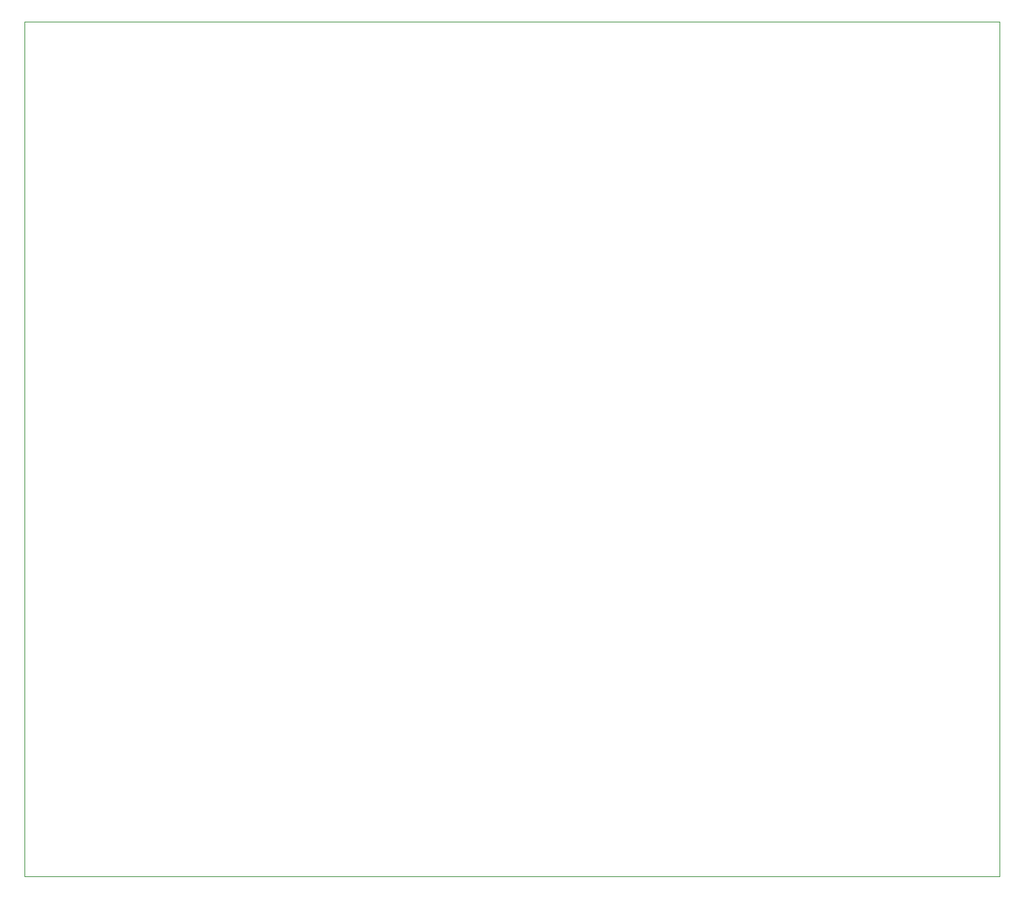
<source format=gbr>
%TF.GenerationSoftware,KiCad,Pcbnew,(5.1.10)-1*%
%TF.CreationDate,2022-04-20T23:12:05+01:00*%
%TF.ProjectId,EV_Charger2,45565f43-6861-4726-9765-72322e6b6963,rev?*%
%TF.SameCoordinates,Original*%
%TF.FileFunction,Profile,NP*%
%FSLAX46Y46*%
G04 Gerber Fmt 4.6, Leading zero omitted, Abs format (unit mm)*
G04 Created by KiCad (PCBNEW (5.1.10)-1) date 2022-04-20 23:12:05*
%MOMM*%
%LPD*%
G01*
G04 APERTURE LIST*
%TA.AperFunction,Profile*%
%ADD10C,0.050000*%
%TD*%
G04 APERTURE END LIST*
D10*
X122000000Y-121500000D02*
X122000000Y-18000000D01*
X240000000Y-121500000D02*
X122000000Y-121500000D01*
X240000000Y-18000000D02*
X240000000Y-121500000D01*
X122000000Y-18000000D02*
X240000000Y-18000000D01*
M02*

</source>
